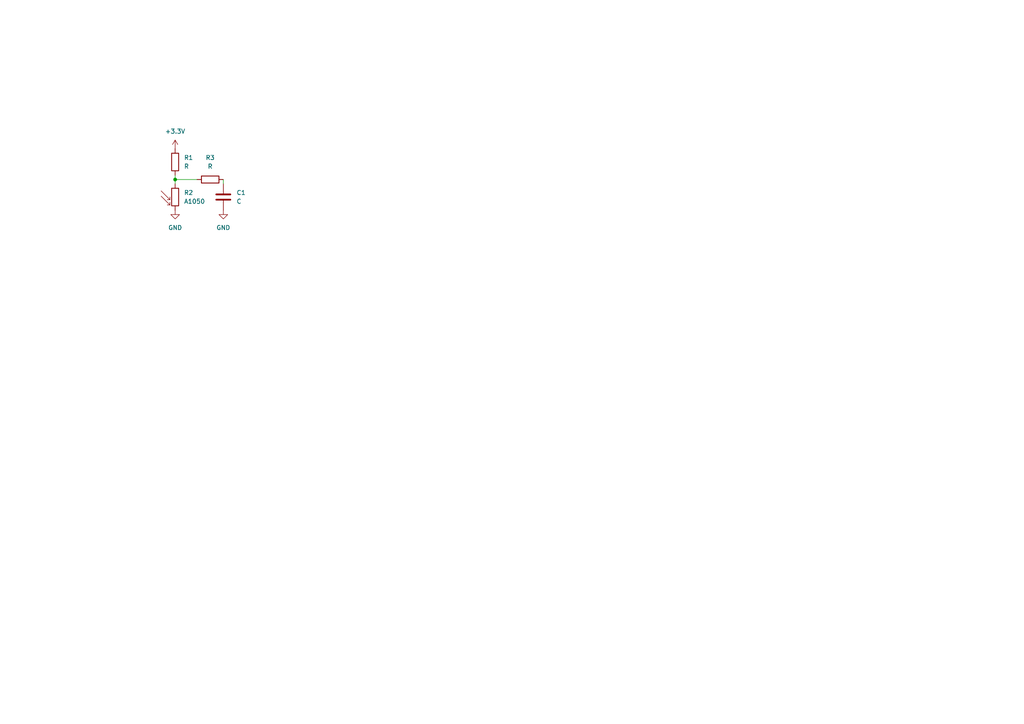
<source format=kicad_sch>
(kicad_sch (version 20250114) (generator "eeschema") (generator_version "9.0")
  (paper "A4")
  (lib_symbols
    (symbol "Device:C" (pin_numbers (hide yes)) (pin_names (offset 0.254))
      (property "Reference" "C" (at 0.635 2.54 0))
      (property "Value" "C" (at 0.635 -2.54 0))
      (symbol "C_0_1"
        (polyline (pts (xy -2.032 0.762) (xy 2.032 0.762)) (stroke (width 0.508)))
        (polyline (pts (xy -2.032 -0.762) (xy 2.032 -0.762)) (stroke (width 0.508)))
      )
      (symbol "C_1_1"
        (pin passive line (at 0 3.81 270) (length 2.794) (name "~") (number "1"))
        (pin passive line (at 0 -3.81 90) (length 2.794) (name "~") (number "2"))
      )
    )
    (symbol "Device:R" (pin_numbers (hide yes)) (pin_names (offset 0))
      (property "Reference" "R" (at 2.032 0 90))
      (property "Value" "R" (at 0 0 90))
      (symbol "R_0_1"
        (rectangle (start -1.016 -2.54) (end 1.016 2.54) (stroke (width 0.254)))
      )
      (symbol "R_1_1"
        (pin passive line (at 0 3.81 270) (length 1.27) (name "~") (number "1"))
        (pin passive line (at 0 -3.81 90) (length 1.27) (name "~") (number "2"))
      )
    )
    (symbol "Sensor_Optical:A1050" (pin_numbers (hide yes)) (pin_names (offset 0))
      (property "Reference" "R" (at -5.08 0 90))
      (property "Value" "A1050" (at 1.905 0 90))
      (symbol "A1050_0_1"
        (polyline (pts (xy -1.524 -0.762) (xy -4.064 1.778)))
        (polyline (pts (xy -1.524 -0.762) (xy -2.286 -0.762)))
        (polyline (pts (xy -1.524 -0.762) (xy -1.524 0)))
        (polyline (pts (xy -1.524 -2.286) (xy -4.064 0.254)))
        (polyline (pts (xy -1.524 -2.286) (xy -2.286 -2.286)))
        (polyline (pts (xy -1.524 -2.286) (xy -1.524 -1.524)))
        (rectangle (start -1.016 2.54) (end 1.016 -2.54) (stroke (width 0.254)))
      )
      (symbol "A1050_1_1"
        (pin passive line (at 0 3.81 270) (length 1.27) (name "~") (number "1"))
        (pin passive line (at 0 -3.81 90) (length 1.27) (name "~") (number "2"))
      )
    )
    (symbol "power:+3.3V" (power) (pin_numbers (hide yes)) (pin_names (offset 0) (hide yes))
      (property "Value" "+3.3V" (at 0 3.556 0))
      (symbol "+3.3V_0_1"
        (polyline (pts (xy -0.762 1.27) (xy 0 2.54)))
        (polyline (pts (xy 0 2.54) (xy 0.762 1.27)))
        (polyline (pts (xy 0 0) (xy 0 2.54)))
      )
      (symbol "+3.3V_1_1"
        (pin power_in line (at 0 0 90) (length 0) (name "~") (number "1"))
      )
    )
    (symbol "power:GND" (power) (pin_numbers (hide yes)) (pin_names (offset 0) (hide yes))
      (property "Value" "GND" (at 0 -3.81 0))
      (symbol "GND_0_1"
        (polyline (pts (xy 0 0) (xy 0 -1.27) (xy 1.27 -1.27) (xy 0 -2.54) (xy -1.27 -1.27) (xy 0 -1.27)))
      )
      (symbol "GND_1_1"
        (pin power_in line (at 0 0 270) (length 0) (name "~") (number "1"))
      )
    )
  )
  (junction (at 50.8 52.07))
  (wire (pts (xy 64.77 53.34) (xy 64.77 52.07)))
  (wire (pts (xy 50.8 52.07) (xy 50.8 50.8)))
  (wire (pts (xy 57.15 52.07) (xy 50.8 52.07)))
  (wire (pts (xy 50.8 53.34) (xy 50.8 52.07)))
  (symbol (lib_id "power:GND") (at 64.77 60.96 0) (unit 1)
    (property "Reference" "#PWR03" (effects (hide yes)))
    (property "Value" "GND" (at 64.77 66.04 0))
    (property "Description" "Power symbol creates a global label with name \"GND\" , ground" (effects (hide yes)))
  )
  (symbol (lib_id "power:+3.3V") (at 50.8 43.18 0) (unit 1)
    (property "Reference" "#PWR01" (effects (hide yes)))
    (property "Value" "+3.3V" (at 50.8 38.1 0))
    (property "Description" "Power symbol creates a global label with name \"+3.3V\"" (effects (hide yes)))
  )
  (symbol (lib_id "Device:R") (at 50.8 46.99 180) (unit 1)
    (property "Reference" "R1" (at 53.34 45.7199 0) (effects (justify right)))
    (property "Value" "R" (at 53.34 48.2599 0) (effects (justify right)))
    (property "Footprint" "Resistor_THT:R_Axial_DIN0414_L11.9mm_D4.5mm_P15.24mm_Horizontal" (effects (hide yes)))
    (property "Description" "Resistor" (effects (hide yes)))
  )
  (symbol (lib_id "Device:C") (at 64.77 57.15 0) (unit 1)
    (property "Reference" "C1" (at 68.58 55.8799 0) (effects (justify left)))
    (property "Value" "C" (at 68.58 58.4199 0) (effects (justify left)))
    (property "Footprint" "Capacitor_THT:C_Rect_L4.6mm_W2.0mm_P2.50mm_MKS02_FKP02" (effects (hide yes)))
    (property "Description" "Unpolarized capacitor" (effects (hide yes)))
  )
  (symbol (lib_id "Sensor_Optical:A1050") (at 50.8 57.15 0) (unit 1)
    (property "Reference" "R2" (at 53.34 55.8799 0) (effects (justify left)))
    (property "Value" "A1050" (at 53.34 58.4199 0) (effects (justify left)))
    (property "Footprint" "OptoDevice:R_LDR_D6.4mm_P3.4mm_Vertical" (effects (hide yes)))
    (property "Datasheet" "http://cdn-reichelt.de/documents/datenblatt/A500/A106012.pdf" (effects (hide yes)))
    (property "Description" "light dependent resistor" (effects (hide yes)))
  )
  (symbol (lib_id "power:GND") (at 50.8 60.96 0) (unit 1)
    (property "Reference" "#PWR02" (effects (hide yes)))
    (property "Value" "GND" (at 50.8 66.04 0))
    (property "Description" "Power symbol creates a global label with name \"GND\" , ground" (effects (hide yes)))
  )
  (symbol (lib_id "Device:R") (at 60.96 52.07 90) (unit 1)
    (property "Reference" "R3" (at 60.96 45.72 90))
    (property "Value" "R" (at 60.96 48.26 90))
    (property "Footprint" "Resistor_THT:R_Axial_DIN0414_L11.9mm_D4.5mm_P15.24mm_Horizontal" (effects (hide yes)))
    (property "Description" "Resistor" (effects (hide yes)))
  )
)
</source>
